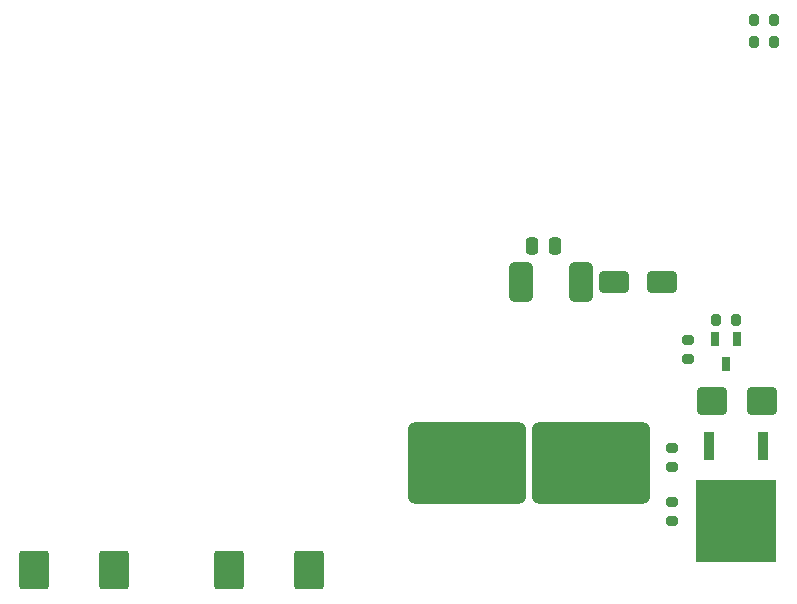
<source format=gbp>
G04 #@! TF.GenerationSoftware,KiCad,Pcbnew,7.0.6*
G04 #@! TF.CreationDate,2024-01-26T23:20:00-08:00*
G04 #@! TF.ProjectId,POWER_BOARD,504f5745-525f-4424-9f41-52442e6b6963,rev?*
G04 #@! TF.SameCoordinates,Original*
G04 #@! TF.FileFunction,Paste,Bot*
G04 #@! TF.FilePolarity,Positive*
%FSLAX46Y46*%
G04 Gerber Fmt 4.6, Leading zero omitted, Abs format (unit mm)*
G04 Created by KiCad (PCBNEW 7.0.6) date 2024-01-26 23:20:00*
%MOMM*%
%LPD*%
G01*
G04 APERTURE LIST*
G04 Aperture macros list*
%AMRoundRect*
0 Rectangle with rounded corners*
0 $1 Rounding radius*
0 $2 $3 $4 $5 $6 $7 $8 $9 X,Y pos of 4 corners*
0 Add a 4 corners polygon primitive as box body*
4,1,4,$2,$3,$4,$5,$6,$7,$8,$9,$2,$3,0*
0 Add four circle primitives for the rounded corners*
1,1,$1+$1,$2,$3*
1,1,$1+$1,$4,$5*
1,1,$1+$1,$6,$7*
1,1,$1+$1,$8,$9*
0 Add four rect primitives between the rounded corners*
20,1,$1+$1,$2,$3,$4,$5,0*
20,1,$1+$1,$4,$5,$6,$7,0*
20,1,$1+$1,$6,$7,$8,$9,0*
20,1,$1+$1,$8,$9,$2,$3,0*%
G04 Aperture macros list end*
%ADD10RoundRect,0.200000X-0.200000X-0.275000X0.200000X-0.275000X0.200000X0.275000X-0.200000X0.275000X0*%
%ADD11R,0.939800X2.489200*%
%ADD12R,6.781800X6.934200*%
%ADD13RoundRect,0.250000X-0.250000X-0.475000X0.250000X-0.475000X0.250000X0.475000X-0.250000X0.475000X0*%
%ADD14RoundRect,0.250000X1.000000X-1.400000X1.000000X1.400000X-1.000000X1.400000X-1.000000X-1.400000X0*%
%ADD15RoundRect,0.200000X0.275000X-0.200000X0.275000X0.200000X-0.275000X0.200000X-0.275000X-0.200000X0*%
%ADD16RoundRect,0.042000X-0.258000X0.573000X-0.258000X-0.573000X0.258000X-0.573000X0.258000X0.573000X0*%
%ADD17RoundRect,0.700000X4.300000X2.800000X-4.300000X2.800000X-4.300000X-2.800000X4.300000X-2.800000X0*%
%ADD18RoundRect,0.408164X-0.591836X-1.266836X0.591836X-1.266836X0.591836X1.266836X-0.591836X1.266836X0*%
%ADD19RoundRect,0.200000X0.200000X0.275000X-0.200000X0.275000X-0.200000X-0.275000X0.200000X-0.275000X0*%
%ADD20RoundRect,0.250000X-1.000000X-0.650000X1.000000X-0.650000X1.000000X0.650000X-1.000000X0.650000X0*%
%ADD21RoundRect,0.250000X-1.000000X-0.900000X1.000000X-0.900000X1.000000X0.900000X-1.000000X0.900000X0*%
G04 APERTURE END LIST*
D10*
X136552650Y-65278000D03*
X138202650Y-65278000D03*
D11*
X135960749Y-75946000D03*
D12*
X138250750Y-82359500D03*
D11*
X140540751Y-75946000D03*
D13*
X120970000Y-59055000D03*
X122870000Y-59055000D03*
D14*
X102079000Y-86487000D03*
X95279000Y-86487000D03*
D15*
X132842000Y-82359000D03*
X132842000Y-80709000D03*
D16*
X136425650Y-66885000D03*
X138325650Y-66885000D03*
X137375650Y-69005000D03*
D15*
X134202650Y-68643000D03*
X134202650Y-66993000D03*
D17*
X115424998Y-77393500D03*
D18*
X119980000Y-62103000D03*
X125130000Y-62103000D03*
D19*
X141414000Y-39878000D03*
X139764000Y-39878000D03*
D20*
X127921000Y-62103000D03*
X131921000Y-62103000D03*
D21*
X136153000Y-72136000D03*
X140453000Y-72136000D03*
D19*
X141414000Y-41783000D03*
X139764000Y-41783000D03*
D15*
X132842000Y-77787000D03*
X132842000Y-76137000D03*
D14*
X85569000Y-86487000D03*
X78769000Y-86487000D03*
D17*
X125974000Y-77380000D03*
M02*

</source>
